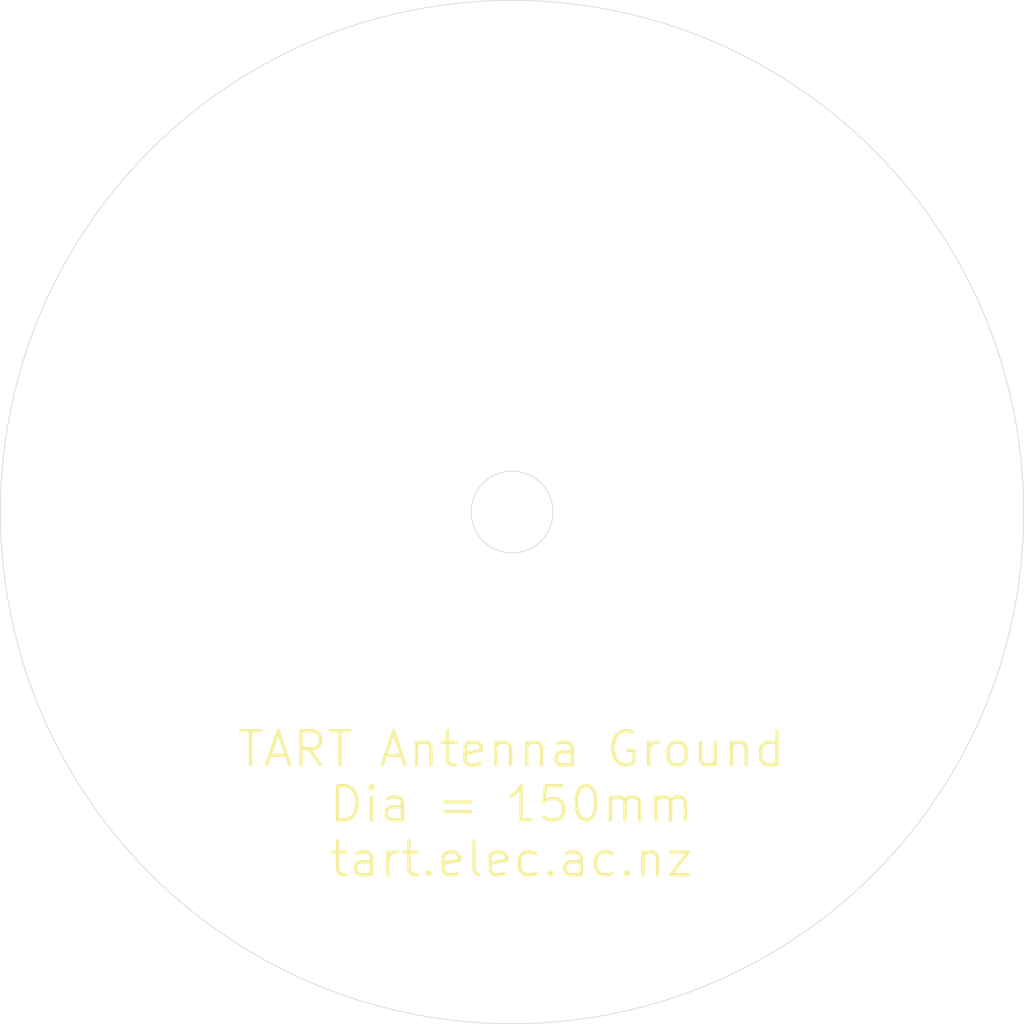
<source format=kicad_pcb>
(kicad_pcb (version 20221018) (generator pcbnew)
  (layers (0 "F.Cu" signal) (31 "B.Cu" signal) (34 "B.Paste" user) (35 "F.Paste" user) (36 "B.SilkS" user "B.Silkscreen") (37 "F.SilkS" user "F.Silkscreen") (38 "B.Mask" user) (39 "F.Mask" user) (44 "Edge.Cuts" user))
  (net 0 "")
  (footprint "MountingHole:MountingHole_2.2mm_M2" (layer "F.Cu") (at 147.961006 44.567228)
    (fp_text reference "REF**24" hide)
    (fp_text value "" hide)
    (pad "" np_thru_hole circle (at 0 0) (size 2.2 2.2) (drill 2.2) (layers "F&B.Cu" "*.Mask"))
  )
  (footprint "MountingHole:MountingHole_2.2mm_M2" (layer "F.Cu") (at 103.786797 121.213203)
    (fp_text reference "REF**8" hide)
    (fp_text value "" hide)
    (pad "" np_thru_hole circle (at 0 0) (size 2.2 2.2) (drill 2.2) (layers "F&B.Cu" "*.Mask"))
  )
  (footprint "MountingHole:MountingHole_2.2mm_M2" (layer "F.Cu") (at 125 55)
    (fp_text reference "REF**13" hide)
    (fp_text value "" hide)
    (pad "" np_thru_hole circle (at 0 0) (size 2.2 2.2) (drill 2.2) (layers "F&B.Cu" "*.Mask"))
  )
  (footprint "MountingHole:MountingHole_2.2mm_M2" (layer "F.Cu") (at 147.961006 155.432772)
    (fp_text reference "REF**34" hide)
    (fp_text value "" hide)
    (pad "" np_thru_hole circle (at 0 0) (size 2.2 2.2) (drill 2.2) (layers "F&B.Cu" "*.Mask"))
  )
  (footprint "MountingHole:MountingHole_2.2mm_M2" (layer "F.Cu") (at 80 100)
    (fp_text reference "REF**16" hide)
    (fp_text value "" hide)
    (pad "" np_thru_hole circle (at 0 0) (size 2.2 2.2) (drill 2.2) (layers "F&B.Cu" "*.Mask"))
  )
  (footprint "MountingHole:MountingHole_2.2mm_M2" (layer "F.Cu") (at 103.786797 78.786797)
    (fp_text reference "REF**6" hide)
    (fp_text value "" hide)
    (pad "" np_thru_hole circle (at 0 0) (size 2.2 2.2) (drill 2.2) (layers "F&B.Cu" "*.Mask"))
  )
  (footprint "MountingHole:MountingHole_2.2mm_M2" (layer "F.Cu") (at 125 115)
    (fp_text reference "REF**3" hide)
    (fp_text value "" hide)
    (pad "" np_thru_hole circle (at 0 0) (size 2.2 2.2) (drill 2.2) (layers "*.Cu" "*.Mask"))
  )
  (footprint "MountingHole:MountingHole_2.2mm_M2" (layer "F.Cu") (at 170 100)
    (fp_text reference "REF**" hide)
    (fp_text value "" hide)
    (pad "" np_thru_hole circle (at 0 0) (size 2.2 2.2) (drill 2.2) (layers "F&B.Cu" "*.Mask"))
  )
  (footprint "MountingHole:MountingHole_2.2mm_M2" (layer "F.Cu") (at 140 100)
    (fp_text reference "REF**" hide)
    (fp_text value "" hide)
    (pad "" np_thru_hole circle (at 0 0) (size 2.2 2.2) (drill 2.2) (layers "*.Cu" "*.Mask"))
  )
  (footprint "MountingHole:MountingHole_2.2mm_M2" (layer "F.Cu") (at 125 70)
    (fp_text reference "REF**5" hide)
    (fp_text value "" hide)
    (pad "" np_thru_hole circle (at 0 0) (size 2.2 2.2) (drill 2.2) (layers "F&B.Cu" "*.Mask"))
  )
  (footprint "MountingHole:MountingHole_2.2mm_M2" (layer "F.Cu") (at 95 100)
    (fp_text reference "REF**7" hide)
    (fp_text value "" hide)
    (pad "" np_thru_hole circle (at 0 0) (size 2.2 2.2) (drill 2.2) (layers "F&B.Cu" "*.Mask"))
  )
  (footprint "MountingHole:MountingHole_2.2mm_M2" (layer "F.Cu") (at 125 160)
    (fp_text reference "REF**33" hide)
    (fp_text value "" hide)
    (pad "" np_thru_hole circle (at 0 0) (size 2.2 2.2) (drill 2.2) (layers "F&B.Cu" "*.Mask"))
  )
  (footprint "MountingHole:MountingHole_2.2mm_M2" (layer "F.Cu") (at 82.573593 57.573593)
    (fp_text reference "REF**27" hide)
    (fp_text value "" hide)
    (pad "" np_thru_hole circle (at 0 0) (size 2.2 2.2) (drill 2.2) (layers "F&B.Cu" "*.Mask"))
  )
  (footprint "MountingHole:MountingHole_2.2mm_M2" (layer "F.Cu") (at 180.432772 122.961006)
    (fp_text reference "REF**36" hide)
    (fp_text value "" hide)
    (pad "" np_thru_hole circle (at 0 0) (size 2.2 2.2) (drill 2.2) (layers "F&B.Cu" "*.Mask"))
  )
  (footprint "MountingHole:MountingHole_2.2mm_M2" (layer "F.Cu") (at 155 100)
    (fp_text reference "REF**" hide)
    (fp_text value "" hide)
    (pad "" np_thru_hole circle (at 0 0) (size 2.2 2.2) (drill 2.2) (layers "F&B.Cu" "*.Mask"))
  )
  (footprint "MountingHole:MountingHole_2.2mm_M2" (layer "F.Cu") (at 163.971143 77.5)
    (fp_text reference "REF**11" hide)
    (fp_text value "" hide)
    (pad "" np_thru_hole circle (at 0 0) (size 2.2 2.2) (drill 2.2) (layers "F&B.Cu" "*.Mask"))
  )
  (footprint "MountingHole:MountingHole_2.2mm_M2" (layer "F.Cu") (at 82.573593 142.426407)
    (fp_text reference "REF**31" hide)
    (fp_text value "" hide)
    (pad "" np_thru_hole circle (at 0 0) (size 2.2 2.2) (drill 2.2) (layers "F&B.Cu" "*.Mask"))
  )
  (footprint "MountingHole:MountingHole_2.2mm_M2" (layer "F.Cu") (at 69.567228 122.961006)
    (fp_text reference "REF**30" hide)
    (fp_text value "" hide)
    (pad "" np_thru_hole circle (at 0 0) (size 2.2 2.2) (drill 2.2) (layers "F&B.Cu" "*.Mask"))
  )
  (footprint "MountingHole:MountingHole_2.2mm_M2" (layer "F.Cu") (at 125 130)
    (fp_text reference "REF**9" hide)
    (fp_text value "" hide)
    (pad "" np_thru_hole circle (at 0 0) (size 2.2 2.2) (drill 2.2) (layers "F&B.Cu" "*.Mask"))
  )
  (footprint "MountingHole:MountingHole_2.2mm_M2" (layer "F.Cu") (at 110 100)
    (fp_text reference "REF**2" hide)
    (fp_text value "" hide)
    (pad "" np_thru_hole circle (at 0 0) (size 2.2 2.2) (drill 2.2) (layers "*.Cu" "*.Mask"))
  )
  (footprint "MountingHole:MountingHole_2.2mm_M2" (layer "F.Cu") (at 167.426407 57.573593)
    (fp_text reference "REF**23" hide)
    (fp_text value "" hide)
    (pad "" np_thru_hole circle (at 0 0) (size 2.2 2.2) (drill 2.2) (layers "F&B.Cu" "*.Mask"))
  )
  (footprint "MountingHole:MountingHole_2.2mm_M2" (layer "F.Cu") (at 86.028857 77.5)
    (fp_text reference "REF**15" hide)
    (fp_text value "" hide)
    (pad "" np_thru_hole circle (at 0 0) (size 2.2 2.2) (drill 2.2) (layers "F&B.Cu" "*.Mask"))
  )
  (footprint "MountingHole:MountingHole_2.2mm_M2" (layer "F.Cu") (at 163.971143 122.5)
    (fp_text reference "REF**21" hide)
    (fp_text value "" hide)
    (pad "" np_thru_hole circle (at 0 0) (size 2.2 2.2) (drill 2.2) (layers "F&B.Cu" "*.Mask"))
  )
  (footprint "MountingHole:MountingHole_2.2mm_M2" (layer "F.Cu") (at 102.5 61.028857)
    (fp_text reference "REF**14" hide)
    (fp_text value "" hide)
    (pad "" np_thru_hole circle (at 0 0) (size 2.2 2.2) (drill 2.2) (layers "F&B.Cu" "*.Mask"))
  )
  (footprint "MountingHole:MountingHole_2.2mm_M2" (layer "F.Cu") (at 185 100)
    (fp_text reference "REF**" hide)
    (fp_text value "" hide)
    (pad "" np_thru_hole circle (at 0 0) (size 2.2 2.2) (drill 2.2) (layers "F&B.Cu" "*.Mask"))
  )
  (footprint "MountingHole:MountingHole_2.2mm_M2" (layer "F.Cu") (at 147.5 138.971143)
    (fp_text reference "REF**20" hide)
    (fp_text value "" hide)
    (pad "" np_thru_hole circle (at 0 0) (size 2.2 2.2) (drill 2.2) (layers "F&B.Cu" "*.Mask"))
  )
  (footprint "MountingHole:MountingHole_2.2mm_M2" (layer "F.Cu") (at 147.5 61.028857)
    (fp_text reference "REF**12" hide)
    (fp_text value "" hide)
    (pad "" np_thru_hole circle (at 0 0) (size 2.2 2.2) (drill 2.2) (layers "F&B.Cu" "*.Mask"))
  )
  (footprint "MountingHole:MountingHole_2.2mm_M2" (layer "F.Cu") (at 86.028857 122.5)
    (fp_text reference "REF**17" hide)
    (fp_text value "" hide)
    (pad "" np_thru_hole circle (at 0 0) (size 2.2 2.2) (drill 2.2) (layers "F&B.Cu" "*.Mask"))
  )
  (footprint "MountingHole:MountingHole_2.2mm_M2" (layer "F.Cu") (at 180.432772 77.038994)
    (fp_text reference "REF**22" hide)
    (fp_text value "" hide)
    (pad "" np_thru_hole circle (at 0 0) (size 2.2 2.2) (drill 2.2) (layers "F&B.Cu" "*.Mask"))
  )
  (footprint "MountingHole:MountingHole_2.2mm_M2" (layer "F.Cu") (at 167.426407 142.426407)
    (fp_text reference "REF**35" hide)
    (fp_text value "" hide)
    (pad "" np_thru_hole circle (at 0 0) (size 2.2 2.2) (drill 2.2) (layers "F&B.Cu" "*.Mask"))
  )
  (footprint "MountingHole:MountingHole_2.2mm_M2" (layer "F.Cu") (at 65 100)
    (fp_text reference "REF**29" hide)
    (fp_text value "" hide)
    (pad "" np_thru_hole circle (at 0 0) (size 2.2 2.2) (drill 2.2) (layers "F&B.Cu" "*.Mask"))
  )
  (footprint "MountingHole:MountingHole_2.2mm_M2" (layer "F.Cu") (at 125 145)
    (fp_text reference "REF**19" hide)
    (fp_text value "" hide)
    (pad "" np_thru_hole circle (at 0 0) (size 2.2 2.2) (drill 2.2) (layers "F&B.Cu" "*.Mask"))
  )
  (footprint "MountingHole:MountingHole_2.2mm_M2" (layer "F.Cu") (at 102.5 138.971143)
    (fp_text reference "REF**18" hide)
    (fp_text value "" hide)
    (pad "" np_thru_hole circle (at 0 0) (size 2.2 2.2) (drill 2.2) (layers "F&B.Cu" "*.Mask"))
  )
  (footprint "MountingHole:MountingHole_2.2mm_M2" (layer "F.Cu") (at 146.213203 78.786797)
    (fp_text reference "REF**4" hide)
    (fp_text value "" hide)
    (pad "" np_thru_hole circle (at 0 0) (size 2.2 2.2) (drill 2.2) (layers "F&B.Cu" "*.Mask"))
  )
  (footprint "MountingHole:MountingHole_2.2mm_M2" (layer "F.Cu") (at 146.213203 121.213203)
    (fp_text reference "REF**10" hide)
    (fp_text value "" hide)
    (pad "" np_thru_hole circle (at 0 0) (size 2.2 2.2) (drill 2.2) (layers "F&B.Cu" "*.Mask"))
  )
  (footprint "MountingHole:MountingHole_2.2mm_M2" (layer "F.Cu") (at 125 40)
    (fp_text reference "REF**25" hide)
    (fp_text value "" hide)
    (pad "" np_thru_hole circle (at 0 0) (size 2.2 2.2) (drill 2.2) (layers "F&B.Cu" "*.Mask"))
  )
  (footprint "MountingHole:MountingHole_2.2mm_M2" (layer "F.Cu") (at 125 85)
    (fp_text reference "REF**1" hide)
    (fp_text value "" hide)
    (pad "" np_thru_hole circle (at 0 0) (size 2.2 2.2) (drill 2.2) (layers "*.Cu" "*.Mask"))
  )
  (footprint "MountingHole:MountingHole_2.2mm_M2" (layer "F.Cu") (at 69.567228 77.038994)
    (fp_text reference "REF**28" hide)
    (fp_text value "" hide)
    (pad "" np_thru_hole circle (at 0 0) (size 2.2 2.2) (drill 2.2) (layers "F&B.Cu" "*.Mask"))
  )
  (footprint "MountingHole:MountingHole_2.2mm_M2" (layer "F.Cu") (at 102.038994 155.432772)
    (fp_text reference "REF**32" hide)
    (fp_text value "" hide)
    (pad "" np_thru_hole circle (at 0 0) (size 2.2 2.2) (drill 2.2) (layers "F&B.Cu" "*.Mask"))
  )
  (footprint "MountingHole:MountingHole_2.2mm_M2" (layer "F.Cu") (at 102.038994 44.567228)
    (fp_text reference "REF**26" hide)
    (fp_text value "" hide)
    (pad "" np_thru_hole circle (at 0 0) (size 2.2 2.2) (drill 2.2) (layers "F&B.Cu" "*.Mask"))
  )
  (gr_circle (center 125 100) (end 200 100) (stroke (width 0.1)) (fill none) (layer "Edge.Cuts"))
  (gr_circle (center 125 100) (end 131 100) (stroke (width 0.1)) (fill none) (layer "Edge.Cuts"))
  (gr_text "TART Antenna Ground\nDia = 150mm\ntart.elec.ac.nz" (at 124.9 153.8) (layer "F.SilkS") (effects (font (size 5 5) (thickness 0.5)) (justify bottom)))
)
</source>
